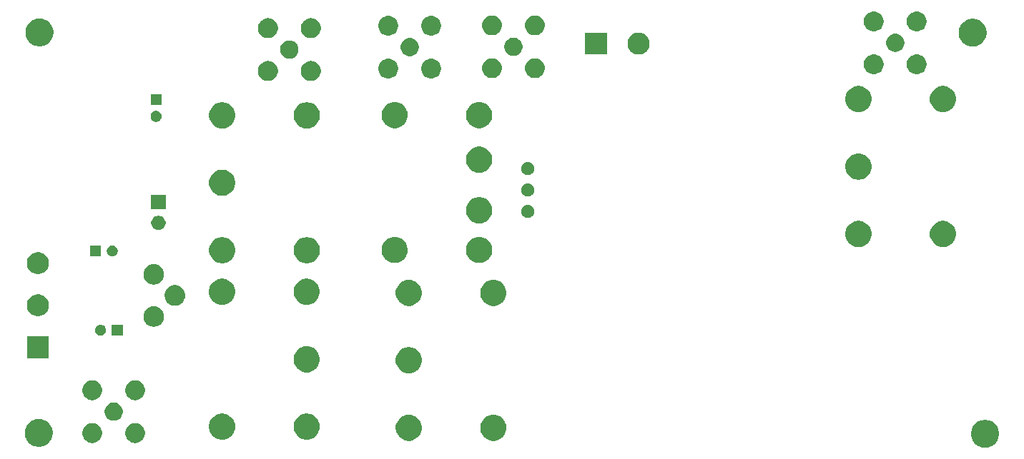
<source format=gbr>
G04 #@! TF.GenerationSoftware,KiCad,Pcbnew,(5.1.5)-3*
G04 #@! TF.CreationDate,2020-10-28T17:30:45+01:00*
G04 #@! TF.ProjectId,exciter,65786369-7465-4722-9e6b-696361645f70,rev?*
G04 #@! TF.SameCoordinates,Original*
G04 #@! TF.FileFunction,Soldermask,Bot*
G04 #@! TF.FilePolarity,Negative*
%FSLAX46Y46*%
G04 Gerber Fmt 4.6, Leading zero omitted, Abs format (unit mm)*
G04 Created by KiCad (PCBNEW (5.1.5)-3) date 2020-10-28 17:30:45*
%MOMM*%
%LPD*%
G04 APERTURE LIST*
%ADD10C,0.100000*%
G04 APERTURE END LIST*
D10*
G36*
X159183676Y-90034498D02*
G01*
X159289999Y-90055647D01*
X159590462Y-90180103D01*
X159860871Y-90360785D01*
X160090835Y-90590749D01*
X160271517Y-90861158D01*
X160395973Y-91161621D01*
X160408376Y-91223975D01*
X160453569Y-91451173D01*
X160459420Y-91480591D01*
X160459420Y-91805809D01*
X160395973Y-92124779D01*
X160271517Y-92425242D01*
X160090835Y-92695651D01*
X159860871Y-92925615D01*
X159590462Y-93106297D01*
X159289999Y-93230753D01*
X159183676Y-93251902D01*
X158971031Y-93294200D01*
X158645809Y-93294200D01*
X158433164Y-93251902D01*
X158326841Y-93230753D01*
X158026378Y-93106297D01*
X157755969Y-92925615D01*
X157526005Y-92695651D01*
X157345323Y-92425242D01*
X157220867Y-92124779D01*
X157157420Y-91805809D01*
X157157420Y-91480591D01*
X157163272Y-91451173D01*
X157208464Y-91223975D01*
X157220867Y-91161621D01*
X157345323Y-90861158D01*
X157526005Y-90590749D01*
X157755969Y-90360785D01*
X158026378Y-90180103D01*
X158326841Y-90055647D01*
X158433164Y-90034498D01*
X158645809Y-89992200D01*
X158971031Y-89992200D01*
X159183676Y-90034498D01*
G37*
G36*
X47139196Y-89940518D02*
G01*
X47245519Y-89961667D01*
X47457977Y-90049670D01*
X47515286Y-90073408D01*
X47545982Y-90086123D01*
X47816391Y-90266805D01*
X48046355Y-90496769D01*
X48227037Y-90767178D01*
X48227038Y-90767180D01*
X48247817Y-90817346D01*
X48327599Y-91009955D01*
X48351493Y-91067642D01*
X48414940Y-91386609D01*
X48414940Y-91711831D01*
X48398041Y-91796785D01*
X48351493Y-92030799D01*
X48312565Y-92124779D01*
X48237303Y-92306479D01*
X48227037Y-92331262D01*
X48046355Y-92601671D01*
X47816391Y-92831635D01*
X47545982Y-93012317D01*
X47245519Y-93136773D01*
X47139196Y-93157922D01*
X46926551Y-93200220D01*
X46601329Y-93200220D01*
X46388684Y-93157922D01*
X46282361Y-93136773D01*
X45981898Y-93012317D01*
X45711489Y-92831635D01*
X45481525Y-92601671D01*
X45300843Y-92331262D01*
X45290578Y-92306479D01*
X45215315Y-92124779D01*
X45176387Y-92030799D01*
X45129839Y-91796785D01*
X45112940Y-91711831D01*
X45112940Y-91386609D01*
X45176387Y-91067642D01*
X45200282Y-91009955D01*
X45280063Y-90817346D01*
X45300842Y-90767180D01*
X45300843Y-90767178D01*
X45481525Y-90496769D01*
X45711489Y-90266805D01*
X45981898Y-90086123D01*
X46012595Y-90073408D01*
X46069903Y-90049670D01*
X46282361Y-89961667D01*
X46388684Y-89940518D01*
X46601329Y-89898220D01*
X46926551Y-89898220D01*
X47139196Y-89940518D01*
G37*
G36*
X53277560Y-90406064D02*
G01*
X53429027Y-90436193D01*
X53643045Y-90524842D01*
X53643046Y-90524843D01*
X53835654Y-90653539D01*
X53999461Y-90817346D01*
X54028735Y-90861158D01*
X54128158Y-91009955D01*
X54216807Y-91223973D01*
X54262000Y-91451174D01*
X54262000Y-91682826D01*
X54216807Y-91910027D01*
X54128158Y-92124045D01*
X54119675Y-92136740D01*
X53999461Y-92316654D01*
X53835654Y-92480461D01*
X53707249Y-92566258D01*
X53643045Y-92609158D01*
X53429027Y-92697807D01*
X53277560Y-92727936D01*
X53201827Y-92743000D01*
X52970173Y-92743000D01*
X52894440Y-92727936D01*
X52742973Y-92697807D01*
X52528955Y-92609158D01*
X52464751Y-92566258D01*
X52336346Y-92480461D01*
X52172539Y-92316654D01*
X52052325Y-92136740D01*
X52043842Y-92124045D01*
X51955193Y-91910027D01*
X51910000Y-91682826D01*
X51910000Y-91451174D01*
X51955193Y-91223973D01*
X52043842Y-91009955D01*
X52143265Y-90861158D01*
X52172539Y-90817346D01*
X52336346Y-90653539D01*
X52528954Y-90524843D01*
X52528955Y-90524842D01*
X52742973Y-90436193D01*
X52894440Y-90406064D01*
X52970173Y-90391000D01*
X53201827Y-90391000D01*
X53277560Y-90406064D01*
G37*
G36*
X58357560Y-90406064D02*
G01*
X58509027Y-90436193D01*
X58723045Y-90524842D01*
X58723046Y-90524843D01*
X58915654Y-90653539D01*
X59079461Y-90817346D01*
X59108735Y-90861158D01*
X59208158Y-91009955D01*
X59296807Y-91223973D01*
X59342000Y-91451174D01*
X59342000Y-91682826D01*
X59296807Y-91910027D01*
X59208158Y-92124045D01*
X59199675Y-92136740D01*
X59079461Y-92316654D01*
X58915654Y-92480461D01*
X58787249Y-92566258D01*
X58723045Y-92609158D01*
X58509027Y-92697807D01*
X58357560Y-92727936D01*
X58281827Y-92743000D01*
X58050173Y-92743000D01*
X57974440Y-92727936D01*
X57822973Y-92697807D01*
X57608955Y-92609158D01*
X57544751Y-92566258D01*
X57416346Y-92480461D01*
X57252539Y-92316654D01*
X57132325Y-92136740D01*
X57123842Y-92124045D01*
X57035193Y-91910027D01*
X56990000Y-91682826D01*
X56990000Y-91451174D01*
X57035193Y-91223973D01*
X57123842Y-91009955D01*
X57223265Y-90861158D01*
X57252539Y-90817346D01*
X57416346Y-90653539D01*
X57608954Y-90524843D01*
X57608955Y-90524842D01*
X57822973Y-90436193D01*
X57974440Y-90406064D01*
X58050173Y-90391000D01*
X58281827Y-90391000D01*
X58357560Y-90406064D01*
G37*
G36*
X100886585Y-89410802D02*
G01*
X101036410Y-89440604D01*
X101318674Y-89557521D01*
X101572705Y-89727259D01*
X101788741Y-89943295D01*
X101958479Y-90197326D01*
X102075396Y-90479590D01*
X102084397Y-90524842D01*
X102135000Y-90779239D01*
X102135000Y-91084761D01*
X102119711Y-91161622D01*
X102075396Y-91384410D01*
X101958479Y-91666674D01*
X101788741Y-91920705D01*
X101572705Y-92136741D01*
X101318674Y-92306479D01*
X101036410Y-92423396D01*
X100886585Y-92453198D01*
X100736761Y-92483000D01*
X100431239Y-92483000D01*
X100281415Y-92453198D01*
X100131590Y-92423396D01*
X99849326Y-92306479D01*
X99595295Y-92136741D01*
X99379259Y-91920705D01*
X99209521Y-91666674D01*
X99092604Y-91384410D01*
X99048289Y-91161622D01*
X99033000Y-91084761D01*
X99033000Y-90779239D01*
X99083603Y-90524842D01*
X99092604Y-90479590D01*
X99209521Y-90197326D01*
X99379259Y-89943295D01*
X99595295Y-89727259D01*
X99849326Y-89557521D01*
X100131590Y-89440604D01*
X100281415Y-89410802D01*
X100431239Y-89381000D01*
X100736761Y-89381000D01*
X100886585Y-89410802D01*
G37*
G36*
X90886585Y-89410802D02*
G01*
X91036410Y-89440604D01*
X91318674Y-89557521D01*
X91572705Y-89727259D01*
X91788741Y-89943295D01*
X91958479Y-90197326D01*
X92075396Y-90479590D01*
X92084397Y-90524842D01*
X92135000Y-90779239D01*
X92135000Y-91084761D01*
X92119711Y-91161622D01*
X92075396Y-91384410D01*
X91958479Y-91666674D01*
X91788741Y-91920705D01*
X91572705Y-92136741D01*
X91318674Y-92306479D01*
X91036410Y-92423396D01*
X90886585Y-92453198D01*
X90736761Y-92483000D01*
X90431239Y-92483000D01*
X90281415Y-92453198D01*
X90131590Y-92423396D01*
X89849326Y-92306479D01*
X89595295Y-92136741D01*
X89379259Y-91920705D01*
X89209521Y-91666674D01*
X89092604Y-91384410D01*
X89048289Y-91161622D01*
X89033000Y-91084761D01*
X89033000Y-90779239D01*
X89083603Y-90524842D01*
X89092604Y-90479590D01*
X89209521Y-90197326D01*
X89379259Y-89943295D01*
X89595295Y-89727259D01*
X89849326Y-89557521D01*
X90131590Y-89440604D01*
X90281415Y-89410802D01*
X90431239Y-89381000D01*
X90736761Y-89381000D01*
X90886585Y-89410802D01*
G37*
G36*
X68786065Y-89286882D02*
G01*
X68935890Y-89316684D01*
X69218154Y-89433601D01*
X69472185Y-89603339D01*
X69688221Y-89819375D01*
X69857959Y-90073406D01*
X69974876Y-90355670D01*
X69990893Y-90436193D01*
X70034480Y-90655319D01*
X70034480Y-90960841D01*
X70013236Y-91067641D01*
X69974876Y-91260490D01*
X69857959Y-91542754D01*
X69688221Y-91796785D01*
X69472185Y-92012821D01*
X69218154Y-92182559D01*
X68935890Y-92299476D01*
X68900683Y-92306479D01*
X68636241Y-92359080D01*
X68330719Y-92359080D01*
X68066277Y-92306479D01*
X68031070Y-92299476D01*
X67748806Y-92182559D01*
X67494775Y-92012821D01*
X67278739Y-91796785D01*
X67109001Y-91542754D01*
X66992084Y-91260490D01*
X66953724Y-91067641D01*
X66932480Y-90960841D01*
X66932480Y-90655319D01*
X66976067Y-90436193D01*
X66992084Y-90355670D01*
X67109001Y-90073406D01*
X67278739Y-89819375D01*
X67494775Y-89603339D01*
X67748806Y-89433601D01*
X68031070Y-89316684D01*
X68180895Y-89286882D01*
X68330719Y-89257080D01*
X68636241Y-89257080D01*
X68786065Y-89286882D01*
G37*
G36*
X78786065Y-89286882D02*
G01*
X78935890Y-89316684D01*
X79218154Y-89433601D01*
X79472185Y-89603339D01*
X79688221Y-89819375D01*
X79857959Y-90073406D01*
X79974876Y-90355670D01*
X79990893Y-90436193D01*
X80034480Y-90655319D01*
X80034480Y-90960841D01*
X80013236Y-91067641D01*
X79974876Y-91260490D01*
X79857959Y-91542754D01*
X79688221Y-91796785D01*
X79472185Y-92012821D01*
X79218154Y-92182559D01*
X78935890Y-92299476D01*
X78900683Y-92306479D01*
X78636241Y-92359080D01*
X78330719Y-92359080D01*
X78066277Y-92306479D01*
X78031070Y-92299476D01*
X77748806Y-92182559D01*
X77494775Y-92012821D01*
X77278739Y-91796785D01*
X77109001Y-91542754D01*
X76992084Y-91260490D01*
X76953724Y-91067641D01*
X76932480Y-90960841D01*
X76932480Y-90655319D01*
X76976067Y-90436193D01*
X76992084Y-90355670D01*
X77109001Y-90073406D01*
X77278739Y-89819375D01*
X77494775Y-89603339D01*
X77748806Y-89433601D01*
X78031070Y-89316684D01*
X78180895Y-89286882D01*
X78330719Y-89257080D01*
X78636241Y-89257080D01*
X78786065Y-89286882D01*
G37*
G36*
X55801271Y-87964783D02*
G01*
X55939858Y-87992350D01*
X56135677Y-88073461D01*
X56311910Y-88191216D01*
X56461784Y-88341090D01*
X56579539Y-88517323D01*
X56660650Y-88713142D01*
X56702000Y-88921023D01*
X56702000Y-89132977D01*
X56660650Y-89340858D01*
X56579539Y-89536677D01*
X56461784Y-89712910D01*
X56311910Y-89862784D01*
X56135677Y-89980539D01*
X55939858Y-90061650D01*
X55801271Y-90089217D01*
X55731978Y-90103000D01*
X55520022Y-90103000D01*
X55450729Y-90089217D01*
X55312142Y-90061650D01*
X55116323Y-89980539D01*
X54940090Y-89862784D01*
X54790216Y-89712910D01*
X54672461Y-89536677D01*
X54591350Y-89340858D01*
X54550000Y-89132977D01*
X54550000Y-88921023D01*
X54591350Y-88713142D01*
X54672461Y-88517323D01*
X54790216Y-88341090D01*
X54940090Y-88191216D01*
X55116323Y-88073461D01*
X55312142Y-87992350D01*
X55450729Y-87964783D01*
X55520022Y-87951000D01*
X55731978Y-87951000D01*
X55801271Y-87964783D01*
G37*
G36*
X58357560Y-85326064D02*
G01*
X58509027Y-85356193D01*
X58723045Y-85444842D01*
X58723046Y-85444843D01*
X58915654Y-85573539D01*
X59079461Y-85737346D01*
X59165258Y-85865751D01*
X59208158Y-85929955D01*
X59296807Y-86143973D01*
X59342000Y-86371174D01*
X59342000Y-86602826D01*
X59296807Y-86830027D01*
X59208158Y-87044045D01*
X59208157Y-87044046D01*
X59079461Y-87236654D01*
X58915654Y-87400461D01*
X58787249Y-87486258D01*
X58723045Y-87529158D01*
X58509027Y-87617807D01*
X58357560Y-87647936D01*
X58281827Y-87663000D01*
X58050173Y-87663000D01*
X57974440Y-87647936D01*
X57822973Y-87617807D01*
X57608955Y-87529158D01*
X57544751Y-87486258D01*
X57416346Y-87400461D01*
X57252539Y-87236654D01*
X57123843Y-87044046D01*
X57123842Y-87044045D01*
X57035193Y-86830027D01*
X56990000Y-86602826D01*
X56990000Y-86371174D01*
X57035193Y-86143973D01*
X57123842Y-85929955D01*
X57166742Y-85865751D01*
X57252539Y-85737346D01*
X57416346Y-85573539D01*
X57608954Y-85444843D01*
X57608955Y-85444842D01*
X57822973Y-85356193D01*
X57974440Y-85326064D01*
X58050173Y-85311000D01*
X58281827Y-85311000D01*
X58357560Y-85326064D01*
G37*
G36*
X53277560Y-85326064D02*
G01*
X53429027Y-85356193D01*
X53643045Y-85444842D01*
X53643046Y-85444843D01*
X53835654Y-85573539D01*
X53999461Y-85737346D01*
X54085258Y-85865751D01*
X54128158Y-85929955D01*
X54216807Y-86143973D01*
X54262000Y-86371174D01*
X54262000Y-86602826D01*
X54216807Y-86830027D01*
X54128158Y-87044045D01*
X54128157Y-87044046D01*
X53999461Y-87236654D01*
X53835654Y-87400461D01*
X53707249Y-87486258D01*
X53643045Y-87529158D01*
X53429027Y-87617807D01*
X53277560Y-87647936D01*
X53201827Y-87663000D01*
X52970173Y-87663000D01*
X52894440Y-87647936D01*
X52742973Y-87617807D01*
X52528955Y-87529158D01*
X52464751Y-87486258D01*
X52336346Y-87400461D01*
X52172539Y-87236654D01*
X52043843Y-87044046D01*
X52043842Y-87044045D01*
X51955193Y-86830027D01*
X51910000Y-86602826D01*
X51910000Y-86371174D01*
X51955193Y-86143973D01*
X52043842Y-85929955D01*
X52086742Y-85865751D01*
X52172539Y-85737346D01*
X52336346Y-85573539D01*
X52528954Y-85444843D01*
X52528955Y-85444842D01*
X52742973Y-85356193D01*
X52894440Y-85326064D01*
X52970173Y-85311000D01*
X53201827Y-85311000D01*
X53277560Y-85326064D01*
G37*
G36*
X90886585Y-81410802D02*
G01*
X91036410Y-81440604D01*
X91318674Y-81557521D01*
X91572705Y-81727259D01*
X91788741Y-81943295D01*
X91958479Y-82197326D01*
X92075396Y-82479590D01*
X92135000Y-82779240D01*
X92135000Y-83084760D01*
X92075396Y-83384410D01*
X91958479Y-83666674D01*
X91788741Y-83920705D01*
X91572705Y-84136741D01*
X91318674Y-84306479D01*
X91036410Y-84423396D01*
X90886585Y-84453198D01*
X90736761Y-84483000D01*
X90431239Y-84483000D01*
X90281415Y-84453198D01*
X90131590Y-84423396D01*
X89849326Y-84306479D01*
X89595295Y-84136741D01*
X89379259Y-83920705D01*
X89209521Y-83666674D01*
X89092604Y-83384410D01*
X89033000Y-83084760D01*
X89033000Y-82779240D01*
X89092604Y-82479590D01*
X89209521Y-82197326D01*
X89379259Y-81943295D01*
X89595295Y-81727259D01*
X89849326Y-81557521D01*
X90131590Y-81440604D01*
X90281415Y-81410802D01*
X90431239Y-81381000D01*
X90736761Y-81381000D01*
X90886585Y-81410802D01*
G37*
G36*
X78786065Y-81286882D02*
G01*
X78935890Y-81316684D01*
X79218154Y-81433601D01*
X79472185Y-81603339D01*
X79688221Y-81819375D01*
X79857959Y-82073406D01*
X79974876Y-82355670D01*
X80034480Y-82655320D01*
X80034480Y-82960840D01*
X79974876Y-83260490D01*
X79857959Y-83542754D01*
X79688221Y-83796785D01*
X79472185Y-84012821D01*
X79218154Y-84182559D01*
X78935890Y-84299476D01*
X78900683Y-84306479D01*
X78636241Y-84359080D01*
X78330719Y-84359080D01*
X78066277Y-84306479D01*
X78031070Y-84299476D01*
X77748806Y-84182559D01*
X77494775Y-84012821D01*
X77278739Y-83796785D01*
X77109001Y-83542754D01*
X76992084Y-83260490D01*
X76932480Y-82960840D01*
X76932480Y-82655320D01*
X76992084Y-82355670D01*
X77109001Y-82073406D01*
X77278739Y-81819375D01*
X77494775Y-81603339D01*
X77748806Y-81433601D01*
X78031070Y-81316684D01*
X78180895Y-81286882D01*
X78330719Y-81257080D01*
X78636241Y-81257080D01*
X78786065Y-81286882D01*
G37*
G36*
X47965880Y-82708000D02*
G01*
X45363880Y-82708000D01*
X45363880Y-80106000D01*
X47965880Y-80106000D01*
X47965880Y-82708000D01*
G37*
G36*
X56726000Y-80001000D02*
G01*
X55424000Y-80001000D01*
X55424000Y-78699000D01*
X56726000Y-78699000D01*
X56726000Y-80001000D01*
G37*
G36*
X54264890Y-78724017D02*
G01*
X54383364Y-78773091D01*
X54489988Y-78844335D01*
X54580665Y-78935012D01*
X54651909Y-79041636D01*
X54700983Y-79160110D01*
X54726000Y-79285882D01*
X54726000Y-79414118D01*
X54700983Y-79539890D01*
X54651909Y-79658364D01*
X54580665Y-79764988D01*
X54489988Y-79855665D01*
X54383364Y-79926909D01*
X54383363Y-79926910D01*
X54383362Y-79926910D01*
X54264890Y-79975983D01*
X54139119Y-80001000D01*
X54010881Y-80001000D01*
X53885110Y-79975983D01*
X53766638Y-79926910D01*
X53766637Y-79926910D01*
X53766636Y-79926909D01*
X53660012Y-79855665D01*
X53569335Y-79764988D01*
X53498091Y-79658364D01*
X53449017Y-79539890D01*
X53424000Y-79414118D01*
X53424000Y-79285882D01*
X53449017Y-79160110D01*
X53498091Y-79041636D01*
X53569335Y-78935012D01*
X53660012Y-78844335D01*
X53766636Y-78773091D01*
X53885110Y-78724017D01*
X54010881Y-78699000D01*
X54139119Y-78699000D01*
X54264890Y-78724017D01*
G37*
G36*
X60605190Y-76535137D02*
G01*
X60737033Y-76561362D01*
X60829074Y-76599487D01*
X60959239Y-76653403D01*
X61159222Y-76787027D01*
X61329293Y-76957098D01*
X61462917Y-77157081D01*
X61516833Y-77287246D01*
X61554958Y-77379287D01*
X61578419Y-77497235D01*
X61601880Y-77615181D01*
X61601880Y-77855699D01*
X61554958Y-78091592D01*
X61462917Y-78313799D01*
X61329293Y-78513782D01*
X61159222Y-78683853D01*
X60959239Y-78817477D01*
X60829074Y-78871393D01*
X60737033Y-78909518D01*
X60619085Y-78932979D01*
X60501139Y-78956440D01*
X60260621Y-78956440D01*
X60142675Y-78932979D01*
X60024727Y-78909518D01*
X59932686Y-78871393D01*
X59802521Y-78817477D01*
X59602538Y-78683853D01*
X59432467Y-78513782D01*
X59298843Y-78313799D01*
X59206802Y-78091592D01*
X59159880Y-77855699D01*
X59159880Y-77615181D01*
X59183341Y-77497235D01*
X59206802Y-77379287D01*
X59244927Y-77287246D01*
X59298843Y-77157081D01*
X59432467Y-76957098D01*
X59602538Y-76787027D01*
X59802521Y-76653403D01*
X59932686Y-76599487D01*
X60024727Y-76561362D01*
X60156570Y-76535137D01*
X60260621Y-76514440D01*
X60501139Y-76514440D01*
X60605190Y-76535137D01*
G37*
G36*
X47044367Y-75155996D02*
G01*
X47281133Y-75254068D01*
X47281135Y-75254069D01*
X47494219Y-75396447D01*
X47675433Y-75577661D01*
X47734910Y-75666674D01*
X47817812Y-75790747D01*
X47915884Y-76027513D01*
X47965880Y-76278861D01*
X47965880Y-76535139D01*
X47915884Y-76786487D01*
X47915660Y-76787027D01*
X47817811Y-77023255D01*
X47675433Y-77236339D01*
X47494219Y-77417553D01*
X47281135Y-77559931D01*
X47281134Y-77559932D01*
X47281133Y-77559932D01*
X47044367Y-77658004D01*
X46793019Y-77708000D01*
X46536741Y-77708000D01*
X46285393Y-77658004D01*
X46048627Y-77559932D01*
X46048626Y-77559932D01*
X46048625Y-77559931D01*
X45835541Y-77417553D01*
X45654327Y-77236339D01*
X45511949Y-77023255D01*
X45414100Y-76787027D01*
X45413876Y-76786487D01*
X45363880Y-76535139D01*
X45363880Y-76278861D01*
X45413876Y-76027513D01*
X45511948Y-75790747D01*
X45594851Y-75666674D01*
X45654327Y-75577661D01*
X45835541Y-75396447D01*
X46048625Y-75254069D01*
X46048627Y-75254068D01*
X46285393Y-75155996D01*
X46536741Y-75106000D01*
X46793019Y-75106000D01*
X47044367Y-75155996D01*
G37*
G36*
X90886585Y-73410802D02*
G01*
X91036410Y-73440604D01*
X91318674Y-73557521D01*
X91572705Y-73727259D01*
X91788741Y-73943295D01*
X91958479Y-74197326D01*
X92075396Y-74479590D01*
X92135000Y-74779240D01*
X92135000Y-75084760D01*
X92075396Y-75384410D01*
X91958479Y-75666674D01*
X91788741Y-75920705D01*
X91572705Y-76136741D01*
X91318674Y-76306479D01*
X91036410Y-76423396D01*
X90886585Y-76453198D01*
X90736761Y-76483000D01*
X90431239Y-76483000D01*
X90281415Y-76453198D01*
X90131590Y-76423396D01*
X89849326Y-76306479D01*
X89595295Y-76136741D01*
X89379259Y-75920705D01*
X89209521Y-75666674D01*
X89092604Y-75384410D01*
X89033000Y-75084760D01*
X89033000Y-74779240D01*
X89092604Y-74479590D01*
X89209521Y-74197326D01*
X89379259Y-73943295D01*
X89595295Y-73727259D01*
X89849326Y-73557521D01*
X90131590Y-73440604D01*
X90281415Y-73410802D01*
X90431239Y-73381000D01*
X90736761Y-73381000D01*
X90886585Y-73410802D01*
G37*
G36*
X100886585Y-73410802D02*
G01*
X101036410Y-73440604D01*
X101318674Y-73557521D01*
X101572705Y-73727259D01*
X101788741Y-73943295D01*
X101958479Y-74197326D01*
X102075396Y-74479590D01*
X102135000Y-74779240D01*
X102135000Y-75084760D01*
X102075396Y-75384410D01*
X101958479Y-75666674D01*
X101788741Y-75920705D01*
X101572705Y-76136741D01*
X101318674Y-76306479D01*
X101036410Y-76423396D01*
X100886585Y-76453198D01*
X100736761Y-76483000D01*
X100431239Y-76483000D01*
X100281415Y-76453198D01*
X100131590Y-76423396D01*
X99849326Y-76306479D01*
X99595295Y-76136741D01*
X99379259Y-75920705D01*
X99209521Y-75666674D01*
X99092604Y-75384410D01*
X99033000Y-75084760D01*
X99033000Y-74779240D01*
X99092604Y-74479590D01*
X99209521Y-74197326D01*
X99379259Y-73943295D01*
X99595295Y-73727259D01*
X99849326Y-73557521D01*
X100131590Y-73440604D01*
X100281415Y-73410802D01*
X100431239Y-73381000D01*
X100736761Y-73381000D01*
X100886585Y-73410802D01*
G37*
G36*
X63237033Y-74061362D02*
G01*
X63266114Y-74073408D01*
X63459239Y-74153403D01*
X63659222Y-74287027D01*
X63829293Y-74457098D01*
X63962917Y-74657081D01*
X64013516Y-74779239D01*
X64054958Y-74879287D01*
X64101880Y-75115182D01*
X64101880Y-75355698D01*
X64064673Y-75542754D01*
X64054958Y-75591592D01*
X63962917Y-75813799D01*
X63829293Y-76013782D01*
X63659222Y-76183853D01*
X63459239Y-76317477D01*
X63358800Y-76359080D01*
X63237033Y-76409518D01*
X63167263Y-76423396D01*
X63001139Y-76456440D01*
X62760621Y-76456440D01*
X62594497Y-76423396D01*
X62524727Y-76409518D01*
X62402960Y-76359080D01*
X62302521Y-76317477D01*
X62102538Y-76183853D01*
X61932467Y-76013782D01*
X61798843Y-75813799D01*
X61706802Y-75591592D01*
X61697088Y-75542754D01*
X61659880Y-75355698D01*
X61659880Y-75115182D01*
X61706802Y-74879287D01*
X61748244Y-74779239D01*
X61798843Y-74657081D01*
X61932467Y-74457098D01*
X62102538Y-74287027D01*
X62302521Y-74153403D01*
X62495646Y-74073408D01*
X62524727Y-74061362D01*
X62760621Y-74014440D01*
X63001139Y-74014440D01*
X63237033Y-74061362D01*
G37*
G36*
X78786065Y-73286882D02*
G01*
X78935890Y-73316684D01*
X79218154Y-73433601D01*
X79472185Y-73603339D01*
X79688221Y-73819375D01*
X79857959Y-74073406D01*
X79974876Y-74355670D01*
X80034480Y-74655320D01*
X80034480Y-74960840D01*
X79974876Y-75260490D01*
X79857959Y-75542754D01*
X79688221Y-75796785D01*
X79472185Y-76012821D01*
X79218154Y-76182559D01*
X78935890Y-76299476D01*
X78786065Y-76329278D01*
X78636241Y-76359080D01*
X78330719Y-76359080D01*
X78180895Y-76329278D01*
X78031070Y-76299476D01*
X77748806Y-76182559D01*
X77494775Y-76012821D01*
X77278739Y-75796785D01*
X77109001Y-75542754D01*
X76992084Y-75260490D01*
X76932480Y-74960840D01*
X76932480Y-74655320D01*
X76992084Y-74355670D01*
X77109001Y-74073406D01*
X77278739Y-73819375D01*
X77494775Y-73603339D01*
X77748806Y-73433601D01*
X78031070Y-73316684D01*
X78180895Y-73286882D01*
X78330719Y-73257080D01*
X78636241Y-73257080D01*
X78786065Y-73286882D01*
G37*
G36*
X68786065Y-73286882D02*
G01*
X68935890Y-73316684D01*
X69218154Y-73433601D01*
X69472185Y-73603339D01*
X69688221Y-73819375D01*
X69857959Y-74073406D01*
X69974876Y-74355670D01*
X70034480Y-74655320D01*
X70034480Y-74960840D01*
X69974876Y-75260490D01*
X69857959Y-75542754D01*
X69688221Y-75796785D01*
X69472185Y-76012821D01*
X69218154Y-76182559D01*
X68935890Y-76299476D01*
X68786065Y-76329278D01*
X68636241Y-76359080D01*
X68330719Y-76359080D01*
X68180895Y-76329278D01*
X68031070Y-76299476D01*
X67748806Y-76182559D01*
X67494775Y-76012821D01*
X67278739Y-75796785D01*
X67109001Y-75542754D01*
X66992084Y-75260490D01*
X66932480Y-74960840D01*
X66932480Y-74655320D01*
X66992084Y-74355670D01*
X67109001Y-74073406D01*
X67278739Y-73819375D01*
X67494775Y-73603339D01*
X67748806Y-73433601D01*
X68031070Y-73316684D01*
X68180895Y-73286882D01*
X68330719Y-73257080D01*
X68636241Y-73257080D01*
X68786065Y-73286882D01*
G37*
G36*
X60605190Y-71535137D02*
G01*
X60737033Y-71561362D01*
X60829074Y-71599487D01*
X60959239Y-71653403D01*
X61159222Y-71787027D01*
X61329293Y-71957098D01*
X61462917Y-72157081D01*
X61516833Y-72287246D01*
X61554958Y-72379287D01*
X61601880Y-72615181D01*
X61601880Y-72855699D01*
X61554958Y-73091592D01*
X61462917Y-73313799D01*
X61329293Y-73513782D01*
X61159222Y-73683853D01*
X60959239Y-73817477D01*
X60829074Y-73871393D01*
X60737033Y-73909518D01*
X60619085Y-73932979D01*
X60501139Y-73956440D01*
X60260621Y-73956440D01*
X60142675Y-73932979D01*
X60024727Y-73909518D01*
X59932686Y-73871393D01*
X59802521Y-73817477D01*
X59602538Y-73683853D01*
X59432467Y-73513782D01*
X59298843Y-73313799D01*
X59206802Y-73091592D01*
X59159880Y-72855699D01*
X59159880Y-72615181D01*
X59206802Y-72379287D01*
X59244927Y-72287246D01*
X59298843Y-72157081D01*
X59432467Y-71957098D01*
X59602538Y-71787027D01*
X59802521Y-71653403D01*
X59932686Y-71599487D01*
X60024727Y-71561362D01*
X60156570Y-71535137D01*
X60260621Y-71514440D01*
X60501139Y-71514440D01*
X60605190Y-71535137D01*
G37*
G36*
X47044367Y-70155996D02*
G01*
X47281133Y-70254068D01*
X47281135Y-70254069D01*
X47399099Y-70332890D01*
X47494219Y-70396447D01*
X47675433Y-70577661D01*
X47817812Y-70790747D01*
X47915884Y-71027513D01*
X47965880Y-71278861D01*
X47965880Y-71535139D01*
X47915884Y-71786487D01*
X47915660Y-71787027D01*
X47817811Y-72023255D01*
X47675433Y-72236339D01*
X47494219Y-72417553D01*
X47281135Y-72559931D01*
X47281134Y-72559932D01*
X47281133Y-72559932D01*
X47044367Y-72658004D01*
X46793019Y-72708000D01*
X46536741Y-72708000D01*
X46285393Y-72658004D01*
X46048627Y-72559932D01*
X46048626Y-72559932D01*
X46048625Y-72559931D01*
X45835541Y-72417553D01*
X45654327Y-72236339D01*
X45511949Y-72023255D01*
X45414100Y-71787027D01*
X45413876Y-71786487D01*
X45363880Y-71535139D01*
X45363880Y-71278861D01*
X45413876Y-71027513D01*
X45511948Y-70790747D01*
X45654327Y-70577661D01*
X45835541Y-70396447D01*
X45930661Y-70332890D01*
X46048625Y-70254069D01*
X46048627Y-70254068D01*
X46285393Y-70155996D01*
X46536741Y-70106000D01*
X46793019Y-70106000D01*
X47044367Y-70155996D01*
G37*
G36*
X78780202Y-68356604D02*
G01*
X78943490Y-68389084D01*
X79225754Y-68506001D01*
X79479785Y-68675739D01*
X79695821Y-68891775D01*
X79865559Y-69145806D01*
X79982476Y-69428070D01*
X80042080Y-69727720D01*
X80042080Y-70033240D01*
X79982476Y-70332890D01*
X79865559Y-70615154D01*
X79695821Y-70869185D01*
X79479785Y-71085221D01*
X79225754Y-71254959D01*
X78943490Y-71371876D01*
X78807128Y-71399000D01*
X78643841Y-71431480D01*
X78338319Y-71431480D01*
X78175032Y-71399000D01*
X78038670Y-71371876D01*
X77756406Y-71254959D01*
X77502375Y-71085221D01*
X77286339Y-70869185D01*
X77116601Y-70615154D01*
X76999684Y-70332890D01*
X76940080Y-70033240D01*
X76940080Y-69727720D01*
X76999684Y-69428070D01*
X77116601Y-69145806D01*
X77286339Y-68891775D01*
X77502375Y-68675739D01*
X77756406Y-68506001D01*
X78038670Y-68389084D01*
X78201958Y-68356604D01*
X78338319Y-68329480D01*
X78643841Y-68329480D01*
X78780202Y-68356604D01*
G37*
G36*
X68780202Y-68356604D02*
G01*
X68943490Y-68389084D01*
X69225754Y-68506001D01*
X69479785Y-68675739D01*
X69695821Y-68891775D01*
X69865559Y-69145806D01*
X69982476Y-69428070D01*
X70042080Y-69727720D01*
X70042080Y-70033240D01*
X69982476Y-70332890D01*
X69865559Y-70615154D01*
X69695821Y-70869185D01*
X69479785Y-71085221D01*
X69225754Y-71254959D01*
X68943490Y-71371876D01*
X68807128Y-71399000D01*
X68643841Y-71431480D01*
X68338319Y-71431480D01*
X68175032Y-71399000D01*
X68038670Y-71371876D01*
X67756406Y-71254959D01*
X67502375Y-71085221D01*
X67286339Y-70869185D01*
X67116601Y-70615154D01*
X66999684Y-70332890D01*
X66940080Y-70033240D01*
X66940080Y-69727720D01*
X66999684Y-69428070D01*
X67116601Y-69145806D01*
X67286339Y-68891775D01*
X67502375Y-68675739D01*
X67756406Y-68506001D01*
X68038670Y-68389084D01*
X68201958Y-68356604D01*
X68338319Y-68329480D01*
X68643841Y-68329480D01*
X68780202Y-68356604D01*
G37*
G36*
X99202585Y-68326802D02*
G01*
X99352410Y-68356604D01*
X99634674Y-68473521D01*
X99888705Y-68643259D01*
X100104741Y-68859295D01*
X100274479Y-69113326D01*
X100389052Y-69389931D01*
X100391396Y-69395591D01*
X100451000Y-69695239D01*
X100451000Y-70000761D01*
X100421198Y-70150585D01*
X100391396Y-70300410D01*
X100274479Y-70582674D01*
X100104741Y-70836705D01*
X99888705Y-71052741D01*
X99634674Y-71222479D01*
X99352410Y-71339396D01*
X99202585Y-71369198D01*
X99052761Y-71399000D01*
X98747239Y-71399000D01*
X98597415Y-71369198D01*
X98447590Y-71339396D01*
X98165326Y-71222479D01*
X97911295Y-71052741D01*
X97695259Y-70836705D01*
X97525521Y-70582674D01*
X97408604Y-70300410D01*
X97378802Y-70150585D01*
X97349000Y-70000761D01*
X97349000Y-69695239D01*
X97408604Y-69395591D01*
X97410948Y-69389931D01*
X97525521Y-69113326D01*
X97695259Y-68859295D01*
X97911295Y-68643259D01*
X98165326Y-68473521D01*
X98447590Y-68356604D01*
X98597415Y-68326802D01*
X98747239Y-68297000D01*
X99052761Y-68297000D01*
X99202585Y-68326802D01*
G37*
G36*
X89202585Y-68326802D02*
G01*
X89352410Y-68356604D01*
X89634674Y-68473521D01*
X89888705Y-68643259D01*
X90104741Y-68859295D01*
X90274479Y-69113326D01*
X90389052Y-69389931D01*
X90391396Y-69395591D01*
X90451000Y-69695239D01*
X90451000Y-70000761D01*
X90421198Y-70150585D01*
X90391396Y-70300410D01*
X90274479Y-70582674D01*
X90104741Y-70836705D01*
X89888705Y-71052741D01*
X89634674Y-71222479D01*
X89352410Y-71339396D01*
X89202585Y-71369198D01*
X89052761Y-71399000D01*
X88747239Y-71399000D01*
X88597415Y-71369198D01*
X88447590Y-71339396D01*
X88165326Y-71222479D01*
X87911295Y-71052741D01*
X87695259Y-70836705D01*
X87525521Y-70582674D01*
X87408604Y-70300410D01*
X87378802Y-70150585D01*
X87349000Y-70000761D01*
X87349000Y-69695239D01*
X87408604Y-69395591D01*
X87410948Y-69389931D01*
X87525521Y-69113326D01*
X87695259Y-68859295D01*
X87911295Y-68643259D01*
X88165326Y-68473521D01*
X88447590Y-68356604D01*
X88597415Y-68326802D01*
X88747239Y-68297000D01*
X89052761Y-68297000D01*
X89202585Y-68326802D01*
G37*
G36*
X55656890Y-69340857D02*
G01*
X55775364Y-69389931D01*
X55832443Y-69428070D01*
X55881988Y-69461175D01*
X55972665Y-69551852D01*
X56043910Y-69658478D01*
X56092983Y-69776950D01*
X56118000Y-69902721D01*
X56118000Y-70030959D01*
X56092983Y-70156730D01*
X56052664Y-70254069D01*
X56043909Y-70275204D01*
X55972665Y-70381828D01*
X55881988Y-70472505D01*
X55775364Y-70543749D01*
X55775363Y-70543750D01*
X55775362Y-70543750D01*
X55656890Y-70592823D01*
X55531119Y-70617840D01*
X55402881Y-70617840D01*
X55277110Y-70592823D01*
X55158638Y-70543750D01*
X55158637Y-70543750D01*
X55158636Y-70543749D01*
X55052012Y-70472505D01*
X54961335Y-70381828D01*
X54890091Y-70275204D01*
X54881337Y-70254069D01*
X54841017Y-70156730D01*
X54816000Y-70030959D01*
X54816000Y-69902721D01*
X54841017Y-69776950D01*
X54890090Y-69658478D01*
X54961335Y-69551852D01*
X55052012Y-69461175D01*
X55101557Y-69428070D01*
X55158636Y-69389931D01*
X55277110Y-69340857D01*
X55402881Y-69315840D01*
X55531119Y-69315840D01*
X55656890Y-69340857D01*
G37*
G36*
X54118000Y-70617840D02*
G01*
X52816000Y-70617840D01*
X52816000Y-69315840D01*
X54118000Y-69315840D01*
X54118000Y-70617840D01*
G37*
G36*
X154132605Y-66428882D02*
G01*
X154282430Y-66458684D01*
X154564694Y-66575601D01*
X154818725Y-66745339D01*
X155034761Y-66961375D01*
X155204499Y-67215406D01*
X155321416Y-67497670D01*
X155381020Y-67797320D01*
X155381020Y-68102840D01*
X155321416Y-68402490D01*
X155204499Y-68684754D01*
X155034761Y-68938785D01*
X154818725Y-69154821D01*
X154564694Y-69324559D01*
X154282430Y-69441476D01*
X154183396Y-69461175D01*
X153982781Y-69501080D01*
X153677259Y-69501080D01*
X153476644Y-69461175D01*
X153377610Y-69441476D01*
X153095346Y-69324559D01*
X152841315Y-69154821D01*
X152625279Y-68938785D01*
X152455541Y-68684754D01*
X152338624Y-68402490D01*
X152279020Y-68102840D01*
X152279020Y-67797320D01*
X152338624Y-67497670D01*
X152455541Y-67215406D01*
X152625279Y-66961375D01*
X152841315Y-66745339D01*
X153095346Y-66575601D01*
X153377610Y-66458684D01*
X153527435Y-66428882D01*
X153677259Y-66399080D01*
X153982781Y-66399080D01*
X154132605Y-66428882D01*
G37*
G36*
X144132605Y-66428882D02*
G01*
X144282430Y-66458684D01*
X144564694Y-66575601D01*
X144818725Y-66745339D01*
X145034761Y-66961375D01*
X145204499Y-67215406D01*
X145321416Y-67497670D01*
X145381020Y-67797320D01*
X145381020Y-68102840D01*
X145321416Y-68402490D01*
X145204499Y-68684754D01*
X145034761Y-68938785D01*
X144818725Y-69154821D01*
X144564694Y-69324559D01*
X144282430Y-69441476D01*
X144183396Y-69461175D01*
X143982781Y-69501080D01*
X143677259Y-69501080D01*
X143476644Y-69461175D01*
X143377610Y-69441476D01*
X143095346Y-69324559D01*
X142841315Y-69154821D01*
X142625279Y-68938785D01*
X142455541Y-68684754D01*
X142338624Y-68402490D01*
X142279020Y-68102840D01*
X142279020Y-67797320D01*
X142338624Y-67497670D01*
X142455541Y-67215406D01*
X142625279Y-66961375D01*
X142841315Y-66745339D01*
X143095346Y-66575601D01*
X143377610Y-66458684D01*
X143527435Y-66428882D01*
X143677259Y-66399080D01*
X143982781Y-66399080D01*
X144132605Y-66428882D01*
G37*
G36*
X61177748Y-65821783D02*
G01*
X61332620Y-65885933D01*
X61472001Y-65979065D01*
X61590535Y-66097599D01*
X61683667Y-66236980D01*
X61747817Y-66391852D01*
X61780520Y-66556264D01*
X61780520Y-66723896D01*
X61747817Y-66888308D01*
X61683667Y-67043180D01*
X61590535Y-67182561D01*
X61472001Y-67301095D01*
X61332620Y-67394227D01*
X61177748Y-67458377D01*
X61013336Y-67491080D01*
X60845704Y-67491080D01*
X60681292Y-67458377D01*
X60526420Y-67394227D01*
X60387039Y-67301095D01*
X60268505Y-67182561D01*
X60175373Y-67043180D01*
X60111223Y-66888308D01*
X60078520Y-66723896D01*
X60078520Y-66556264D01*
X60111223Y-66391852D01*
X60175373Y-66236980D01*
X60268505Y-66097599D01*
X60387039Y-65979065D01*
X60526420Y-65885933D01*
X60681292Y-65821783D01*
X60845704Y-65789080D01*
X61013336Y-65789080D01*
X61177748Y-65821783D01*
G37*
G36*
X99202585Y-63626802D02*
G01*
X99352410Y-63656604D01*
X99634674Y-63773521D01*
X99888705Y-63943259D01*
X100104741Y-64159295D01*
X100274479Y-64413326D01*
X100349626Y-64594748D01*
X100391396Y-64695591D01*
X100451000Y-64995239D01*
X100451000Y-65300761D01*
X100440422Y-65353938D01*
X100391396Y-65600410D01*
X100274479Y-65882674D01*
X100104741Y-66136705D01*
X99888705Y-66352741D01*
X99634674Y-66522479D01*
X99352410Y-66639396D01*
X99202585Y-66669198D01*
X99052761Y-66699000D01*
X98747239Y-66699000D01*
X98597415Y-66669198D01*
X98447590Y-66639396D01*
X98165326Y-66522479D01*
X97911295Y-66352741D01*
X97695259Y-66136705D01*
X97525521Y-65882674D01*
X97408604Y-65600410D01*
X97359578Y-65353938D01*
X97349000Y-65300761D01*
X97349000Y-64995239D01*
X97408604Y-64695591D01*
X97450374Y-64594748D01*
X97525521Y-64413326D01*
X97695259Y-64159295D01*
X97911295Y-63943259D01*
X98165326Y-63773521D01*
X98447590Y-63656604D01*
X98597415Y-63626802D01*
X98747239Y-63597000D01*
X99052761Y-63597000D01*
X99202585Y-63626802D01*
G37*
G36*
X104773589Y-64516876D02*
G01*
X104872893Y-64536629D01*
X105013206Y-64594748D01*
X105139484Y-64679125D01*
X105246875Y-64786516D01*
X105331252Y-64912794D01*
X105389371Y-65053107D01*
X105419000Y-65202063D01*
X105419000Y-65353937D01*
X105389371Y-65502893D01*
X105331252Y-65643206D01*
X105246875Y-65769484D01*
X105139484Y-65876875D01*
X105013206Y-65961252D01*
X104872893Y-66019371D01*
X104773589Y-66039124D01*
X104723938Y-66049000D01*
X104572062Y-66049000D01*
X104522411Y-66039124D01*
X104423107Y-66019371D01*
X104282794Y-65961252D01*
X104156516Y-65876875D01*
X104049125Y-65769484D01*
X103964748Y-65643206D01*
X103906629Y-65502893D01*
X103877000Y-65353937D01*
X103877000Y-65202063D01*
X103906629Y-65053107D01*
X103964748Y-64912794D01*
X104049125Y-64786516D01*
X104156516Y-64679125D01*
X104282794Y-64594748D01*
X104423107Y-64536629D01*
X104522411Y-64516876D01*
X104572062Y-64507000D01*
X104723938Y-64507000D01*
X104773589Y-64516876D01*
G37*
G36*
X61780520Y-64991080D02*
G01*
X60078520Y-64991080D01*
X60078520Y-63289080D01*
X61780520Y-63289080D01*
X61780520Y-64991080D01*
G37*
G36*
X104773589Y-61976876D02*
G01*
X104872893Y-61996629D01*
X105013206Y-62054748D01*
X105139484Y-62139125D01*
X105246875Y-62246516D01*
X105331252Y-62372794D01*
X105389371Y-62513107D01*
X105419000Y-62662063D01*
X105419000Y-62813937D01*
X105389371Y-62962893D01*
X105331252Y-63103206D01*
X105246875Y-63229484D01*
X105139484Y-63336875D01*
X105013206Y-63421252D01*
X104872893Y-63479371D01*
X104773589Y-63499124D01*
X104723938Y-63509000D01*
X104572062Y-63509000D01*
X104522411Y-63499124D01*
X104423107Y-63479371D01*
X104282794Y-63421252D01*
X104156516Y-63336875D01*
X104049125Y-63229484D01*
X103964748Y-63103206D01*
X103906629Y-62962893D01*
X103877000Y-62813937D01*
X103877000Y-62662063D01*
X103906629Y-62513107D01*
X103964748Y-62372794D01*
X104049125Y-62246516D01*
X104156516Y-62139125D01*
X104282794Y-62054748D01*
X104423107Y-61996629D01*
X104522411Y-61976876D01*
X104572062Y-61967000D01*
X104723938Y-61967000D01*
X104773589Y-61976876D01*
G37*
G36*
X68760776Y-60352740D02*
G01*
X68943490Y-60389084D01*
X69225754Y-60506001D01*
X69479785Y-60675739D01*
X69695821Y-60891775D01*
X69865559Y-61145806D01*
X69982476Y-61428070D01*
X70042080Y-61727720D01*
X70042080Y-62033240D01*
X69982476Y-62332890D01*
X69865559Y-62615154D01*
X69695821Y-62869185D01*
X69479785Y-63085221D01*
X69225754Y-63254959D01*
X68943490Y-63371876D01*
X68793665Y-63401678D01*
X68643841Y-63431480D01*
X68338319Y-63431480D01*
X68188495Y-63401678D01*
X68038670Y-63371876D01*
X67756406Y-63254959D01*
X67502375Y-63085221D01*
X67286339Y-62869185D01*
X67116601Y-62615154D01*
X66999684Y-62332890D01*
X66940080Y-62033240D01*
X66940080Y-61727720D01*
X66999684Y-61428070D01*
X67116601Y-61145806D01*
X67286339Y-60891775D01*
X67502375Y-60675739D01*
X67756406Y-60506001D01*
X68038670Y-60389084D01*
X68221384Y-60352740D01*
X68338319Y-60329480D01*
X68643841Y-60329480D01*
X68760776Y-60352740D01*
G37*
G36*
X144054400Y-58413326D02*
G01*
X144282430Y-58458684D01*
X144564694Y-58575601D01*
X144818725Y-58745339D01*
X145034761Y-58961375D01*
X145204499Y-59215406D01*
X145321416Y-59497670D01*
X145381020Y-59797320D01*
X145381020Y-60102840D01*
X145321416Y-60402490D01*
X145204499Y-60684754D01*
X145034761Y-60938785D01*
X144818725Y-61154821D01*
X144564694Y-61324559D01*
X144282430Y-61441476D01*
X144132605Y-61471278D01*
X143982781Y-61501080D01*
X143677259Y-61501080D01*
X143527435Y-61471278D01*
X143377610Y-61441476D01*
X143095346Y-61324559D01*
X142841315Y-61154821D01*
X142625279Y-60938785D01*
X142455541Y-60684754D01*
X142338624Y-60402490D01*
X142279020Y-60102840D01*
X142279020Y-59797320D01*
X142338624Y-59497670D01*
X142455541Y-59215406D01*
X142625279Y-58961375D01*
X142841315Y-58745339D01*
X143095346Y-58575601D01*
X143377610Y-58458684D01*
X143605640Y-58413326D01*
X143677259Y-58399080D01*
X143982781Y-58399080D01*
X144054400Y-58413326D01*
G37*
G36*
X104773589Y-59436876D02*
G01*
X104872893Y-59456629D01*
X105013206Y-59514748D01*
X105139484Y-59599125D01*
X105246875Y-59706516D01*
X105331252Y-59832794D01*
X105389371Y-59973107D01*
X105419000Y-60122063D01*
X105419000Y-60273937D01*
X105389371Y-60422893D01*
X105331252Y-60563206D01*
X105246875Y-60689484D01*
X105139484Y-60796875D01*
X105013206Y-60881252D01*
X104872893Y-60939371D01*
X104773589Y-60959124D01*
X104723938Y-60969000D01*
X104572062Y-60969000D01*
X104522411Y-60959124D01*
X104423107Y-60939371D01*
X104282794Y-60881252D01*
X104156516Y-60796875D01*
X104049125Y-60689484D01*
X103964748Y-60563206D01*
X103906629Y-60422893D01*
X103877000Y-60273937D01*
X103877000Y-60122063D01*
X103906629Y-59973107D01*
X103964748Y-59832794D01*
X104049125Y-59706516D01*
X104156516Y-59599125D01*
X104282794Y-59514748D01*
X104423107Y-59456629D01*
X104522411Y-59436876D01*
X104572062Y-59427000D01*
X104723938Y-59427000D01*
X104773589Y-59436876D01*
G37*
G36*
X99202585Y-57626802D02*
G01*
X99352410Y-57656604D01*
X99634674Y-57773521D01*
X99888705Y-57943259D01*
X100104741Y-58159295D01*
X100274479Y-58413326D01*
X100391396Y-58695590D01*
X100451000Y-58995240D01*
X100451000Y-59300760D01*
X100391396Y-59600410D01*
X100274479Y-59882674D01*
X100104741Y-60136705D01*
X99888705Y-60352741D01*
X99634674Y-60522479D01*
X99352410Y-60639396D01*
X99202585Y-60669198D01*
X99052761Y-60699000D01*
X98747239Y-60699000D01*
X98597415Y-60669198D01*
X98447590Y-60639396D01*
X98165326Y-60522479D01*
X97911295Y-60352741D01*
X97695259Y-60136705D01*
X97525521Y-59882674D01*
X97408604Y-59600410D01*
X97349000Y-59300760D01*
X97349000Y-58995240D01*
X97408604Y-58695590D01*
X97525521Y-58413326D01*
X97695259Y-58159295D01*
X97911295Y-57943259D01*
X98165326Y-57773521D01*
X98447590Y-57656604D01*
X98597415Y-57626802D01*
X98747239Y-57597000D01*
X99052761Y-57597000D01*
X99202585Y-57626802D01*
G37*
G36*
X78780202Y-52356604D02*
G01*
X78943490Y-52389084D01*
X79225754Y-52506001D01*
X79479785Y-52675739D01*
X79695821Y-52891775D01*
X79865559Y-53145806D01*
X79982476Y-53428070D01*
X80042080Y-53727720D01*
X80042080Y-54033240D01*
X79982476Y-54332890D01*
X79865559Y-54615154D01*
X79695821Y-54869185D01*
X79479785Y-55085221D01*
X79225754Y-55254959D01*
X78943490Y-55371876D01*
X78807128Y-55399000D01*
X78643841Y-55431480D01*
X78338319Y-55431480D01*
X78175032Y-55399000D01*
X78038670Y-55371876D01*
X77756406Y-55254959D01*
X77502375Y-55085221D01*
X77286339Y-54869185D01*
X77116601Y-54615154D01*
X76999684Y-54332890D01*
X76940080Y-54033240D01*
X76940080Y-53727720D01*
X76999684Y-53428070D01*
X77116601Y-53145806D01*
X77286339Y-52891775D01*
X77502375Y-52675739D01*
X77756406Y-52506001D01*
X78038670Y-52389084D01*
X78201958Y-52356604D01*
X78338319Y-52329480D01*
X78643841Y-52329480D01*
X78780202Y-52356604D01*
G37*
G36*
X68780202Y-52356604D02*
G01*
X68943490Y-52389084D01*
X69225754Y-52506001D01*
X69479785Y-52675739D01*
X69695821Y-52891775D01*
X69865559Y-53145806D01*
X69982476Y-53428070D01*
X70042080Y-53727720D01*
X70042080Y-54033240D01*
X69982476Y-54332890D01*
X69865559Y-54615154D01*
X69695821Y-54869185D01*
X69479785Y-55085221D01*
X69225754Y-55254959D01*
X68943490Y-55371876D01*
X68807128Y-55399000D01*
X68643841Y-55431480D01*
X68338319Y-55431480D01*
X68175032Y-55399000D01*
X68038670Y-55371876D01*
X67756406Y-55254959D01*
X67502375Y-55085221D01*
X67286339Y-54869185D01*
X67116601Y-54615154D01*
X66999684Y-54332890D01*
X66940080Y-54033240D01*
X66940080Y-53727720D01*
X66999684Y-53428070D01*
X67116601Y-53145806D01*
X67286339Y-52891775D01*
X67502375Y-52675739D01*
X67756406Y-52506001D01*
X68038670Y-52389084D01*
X68201958Y-52356604D01*
X68338319Y-52329480D01*
X68643841Y-52329480D01*
X68780202Y-52356604D01*
G37*
G36*
X99202585Y-52326802D02*
G01*
X99352410Y-52356604D01*
X99634674Y-52473521D01*
X99888705Y-52643259D01*
X100104741Y-52859295D01*
X100274479Y-53113326D01*
X100391396Y-53395590D01*
X100397857Y-53428070D01*
X100448040Y-53680356D01*
X100451000Y-53695240D01*
X100451000Y-54000760D01*
X100391396Y-54300410D01*
X100274479Y-54582674D01*
X100104741Y-54836705D01*
X99888705Y-55052741D01*
X99634674Y-55222479D01*
X99352410Y-55339396D01*
X99202585Y-55369198D01*
X99052761Y-55399000D01*
X98747239Y-55399000D01*
X98597415Y-55369198D01*
X98447590Y-55339396D01*
X98165326Y-55222479D01*
X97911295Y-55052741D01*
X97695259Y-54836705D01*
X97525521Y-54582674D01*
X97408604Y-54300410D01*
X97349000Y-54000760D01*
X97349000Y-53695240D01*
X97351961Y-53680356D01*
X97402143Y-53428070D01*
X97408604Y-53395590D01*
X97525521Y-53113326D01*
X97695259Y-52859295D01*
X97911295Y-52643259D01*
X98165326Y-52473521D01*
X98447590Y-52356604D01*
X98597415Y-52326802D01*
X98747239Y-52297000D01*
X99052761Y-52297000D01*
X99202585Y-52326802D01*
G37*
G36*
X89202585Y-52326802D02*
G01*
X89352410Y-52356604D01*
X89634674Y-52473521D01*
X89888705Y-52643259D01*
X90104741Y-52859295D01*
X90274479Y-53113326D01*
X90391396Y-53395590D01*
X90397857Y-53428070D01*
X90448040Y-53680356D01*
X90451000Y-53695240D01*
X90451000Y-54000760D01*
X90391396Y-54300410D01*
X90274479Y-54582674D01*
X90104741Y-54836705D01*
X89888705Y-55052741D01*
X89634674Y-55222479D01*
X89352410Y-55339396D01*
X89202585Y-55369198D01*
X89052761Y-55399000D01*
X88747239Y-55399000D01*
X88597415Y-55369198D01*
X88447590Y-55339396D01*
X88165326Y-55222479D01*
X87911295Y-55052741D01*
X87695259Y-54836705D01*
X87525521Y-54582674D01*
X87408604Y-54300410D01*
X87349000Y-54000760D01*
X87349000Y-53695240D01*
X87351961Y-53680356D01*
X87402143Y-53428070D01*
X87408604Y-53395590D01*
X87525521Y-53113326D01*
X87695259Y-52859295D01*
X87911295Y-52643259D01*
X88165326Y-52473521D01*
X88447590Y-52356604D01*
X88597415Y-52326802D01*
X88747239Y-52297000D01*
X89052761Y-52297000D01*
X89202585Y-52326802D01*
G37*
G36*
X60845090Y-53362737D02*
G01*
X60924404Y-53395590D01*
X60963564Y-53411811D01*
X61070188Y-53483055D01*
X61160865Y-53573732D01*
X61232109Y-53680356D01*
X61281183Y-53798830D01*
X61306200Y-53924602D01*
X61306200Y-54052838D01*
X61281183Y-54178610D01*
X61232109Y-54297084D01*
X61160865Y-54403708D01*
X61070188Y-54494385D01*
X60963564Y-54565629D01*
X60963563Y-54565630D01*
X60963562Y-54565630D01*
X60845090Y-54614703D01*
X60719319Y-54639720D01*
X60591081Y-54639720D01*
X60465310Y-54614703D01*
X60346838Y-54565630D01*
X60346837Y-54565630D01*
X60346836Y-54565629D01*
X60240212Y-54494385D01*
X60149535Y-54403708D01*
X60078291Y-54297084D01*
X60029217Y-54178610D01*
X60004200Y-54052838D01*
X60004200Y-53924602D01*
X60029217Y-53798830D01*
X60078291Y-53680356D01*
X60149535Y-53573732D01*
X60240212Y-53483055D01*
X60346836Y-53411811D01*
X60385997Y-53395590D01*
X60465310Y-53362737D01*
X60591081Y-53337720D01*
X60719319Y-53337720D01*
X60845090Y-53362737D01*
G37*
G36*
X154132605Y-50428882D02*
G01*
X154282430Y-50458684D01*
X154564694Y-50575601D01*
X154818725Y-50745339D01*
X155034761Y-50961375D01*
X155204499Y-51215406D01*
X155321416Y-51497670D01*
X155381020Y-51797320D01*
X155381020Y-52102840D01*
X155321416Y-52402490D01*
X155204499Y-52684754D01*
X155034761Y-52938785D01*
X154818725Y-53154821D01*
X154564694Y-53324559D01*
X154282430Y-53441476D01*
X154132605Y-53471278D01*
X153982781Y-53501080D01*
X153677259Y-53501080D01*
X153527435Y-53471278D01*
X153377610Y-53441476D01*
X153095346Y-53324559D01*
X152841315Y-53154821D01*
X152625279Y-52938785D01*
X152455541Y-52684754D01*
X152338624Y-52402490D01*
X152279020Y-52102840D01*
X152279020Y-51797320D01*
X152338624Y-51497670D01*
X152455541Y-51215406D01*
X152625279Y-50961375D01*
X152841315Y-50745339D01*
X153095346Y-50575601D01*
X153377610Y-50458684D01*
X153527435Y-50428882D01*
X153677259Y-50399080D01*
X153982781Y-50399080D01*
X154132605Y-50428882D01*
G37*
G36*
X144132605Y-50428882D02*
G01*
X144282430Y-50458684D01*
X144564694Y-50575601D01*
X144818725Y-50745339D01*
X145034761Y-50961375D01*
X145204499Y-51215406D01*
X145321416Y-51497670D01*
X145381020Y-51797320D01*
X145381020Y-52102840D01*
X145321416Y-52402490D01*
X145204499Y-52684754D01*
X145034761Y-52938785D01*
X144818725Y-53154821D01*
X144564694Y-53324559D01*
X144282430Y-53441476D01*
X144132605Y-53471278D01*
X143982781Y-53501080D01*
X143677259Y-53501080D01*
X143527435Y-53471278D01*
X143377610Y-53441476D01*
X143095346Y-53324559D01*
X142841315Y-53154821D01*
X142625279Y-52938785D01*
X142455541Y-52684754D01*
X142338624Y-52402490D01*
X142279020Y-52102840D01*
X142279020Y-51797320D01*
X142338624Y-51497670D01*
X142455541Y-51215406D01*
X142625279Y-50961375D01*
X142841315Y-50745339D01*
X143095346Y-50575601D01*
X143377610Y-50458684D01*
X143527435Y-50428882D01*
X143677259Y-50399080D01*
X143982781Y-50399080D01*
X144132605Y-50428882D01*
G37*
G36*
X61306200Y-52639720D02*
G01*
X60004200Y-52639720D01*
X60004200Y-51337720D01*
X61306200Y-51337720D01*
X61306200Y-52639720D01*
G37*
G36*
X74090320Y-47449584D02*
G01*
X74241787Y-47479713D01*
X74455805Y-47568362D01*
X74455806Y-47568363D01*
X74648414Y-47697059D01*
X74812221Y-47860866D01*
X74857603Y-47928786D01*
X74940918Y-48053475D01*
X75029567Y-48267493D01*
X75029567Y-48267495D01*
X75074760Y-48494693D01*
X75074760Y-48726347D01*
X75074745Y-48726421D01*
X75029567Y-48953547D01*
X74940918Y-49167565D01*
X74898018Y-49231769D01*
X74812221Y-49360174D01*
X74648414Y-49523981D01*
X74520009Y-49609778D01*
X74455805Y-49652678D01*
X74241787Y-49741327D01*
X74090320Y-49771456D01*
X74014587Y-49786520D01*
X73782933Y-49786520D01*
X73707200Y-49771456D01*
X73555733Y-49741327D01*
X73341715Y-49652678D01*
X73277511Y-49609778D01*
X73149106Y-49523981D01*
X72985299Y-49360174D01*
X72899502Y-49231769D01*
X72856602Y-49167565D01*
X72767953Y-48953547D01*
X72722775Y-48726421D01*
X72722760Y-48726347D01*
X72722760Y-48494693D01*
X72767953Y-48267495D01*
X72767953Y-48267493D01*
X72856602Y-48053475D01*
X72939917Y-47928786D01*
X72985299Y-47860866D01*
X73149106Y-47697059D01*
X73341714Y-47568363D01*
X73341715Y-47568362D01*
X73555733Y-47479713D01*
X73707200Y-47449584D01*
X73782933Y-47434520D01*
X74014587Y-47434520D01*
X74090320Y-47449584D01*
G37*
G36*
X79170320Y-47449584D02*
G01*
X79321787Y-47479713D01*
X79535805Y-47568362D01*
X79535806Y-47568363D01*
X79728414Y-47697059D01*
X79892221Y-47860866D01*
X79937603Y-47928786D01*
X80020918Y-48053475D01*
X80109567Y-48267493D01*
X80109567Y-48267495D01*
X80154760Y-48494693D01*
X80154760Y-48726347D01*
X80154745Y-48726421D01*
X80109567Y-48953547D01*
X80020918Y-49167565D01*
X79978018Y-49231769D01*
X79892221Y-49360174D01*
X79728414Y-49523981D01*
X79600009Y-49609778D01*
X79535805Y-49652678D01*
X79321787Y-49741327D01*
X79170320Y-49771456D01*
X79094587Y-49786520D01*
X78862933Y-49786520D01*
X78787200Y-49771456D01*
X78635733Y-49741327D01*
X78421715Y-49652678D01*
X78357511Y-49609778D01*
X78229106Y-49523981D01*
X78065299Y-49360174D01*
X77979502Y-49231769D01*
X77936602Y-49167565D01*
X77847953Y-48953547D01*
X77802775Y-48726421D01*
X77802760Y-48726347D01*
X77802760Y-48494693D01*
X77847953Y-48267495D01*
X77847953Y-48267493D01*
X77936602Y-48053475D01*
X78019917Y-47928786D01*
X78065299Y-47860866D01*
X78229106Y-47697059D01*
X78421714Y-47568363D01*
X78421715Y-47568362D01*
X78635733Y-47479713D01*
X78787200Y-47449584D01*
X78862933Y-47434520D01*
X79094587Y-47434520D01*
X79170320Y-47449584D01*
G37*
G36*
X88329560Y-47170184D02*
G01*
X88481027Y-47200313D01*
X88695045Y-47288962D01*
X88695046Y-47288963D01*
X88887654Y-47417659D01*
X89051461Y-47581466D01*
X89137258Y-47709871D01*
X89180158Y-47774075D01*
X89268807Y-47988093D01*
X89314000Y-48215294D01*
X89314000Y-48446946D01*
X89268807Y-48674147D01*
X89180158Y-48888165D01*
X89180157Y-48888166D01*
X89051461Y-49080774D01*
X88887654Y-49244581D01*
X88763471Y-49327557D01*
X88695045Y-49373278D01*
X88481027Y-49461927D01*
X88329560Y-49492056D01*
X88253827Y-49507120D01*
X88022173Y-49507120D01*
X87946440Y-49492056D01*
X87794973Y-49461927D01*
X87580955Y-49373278D01*
X87512529Y-49327557D01*
X87388346Y-49244581D01*
X87224539Y-49080774D01*
X87095843Y-48888166D01*
X87095842Y-48888165D01*
X87007193Y-48674147D01*
X86962000Y-48446946D01*
X86962000Y-48215294D01*
X87007193Y-47988093D01*
X87095842Y-47774075D01*
X87138742Y-47709871D01*
X87224539Y-47581466D01*
X87388346Y-47417659D01*
X87580954Y-47288963D01*
X87580955Y-47288962D01*
X87794973Y-47200313D01*
X87946440Y-47170184D01*
X88022173Y-47155120D01*
X88253827Y-47155120D01*
X88329560Y-47170184D01*
G37*
G36*
X93409560Y-47170184D02*
G01*
X93561027Y-47200313D01*
X93775045Y-47288962D01*
X93775046Y-47288963D01*
X93967654Y-47417659D01*
X94131461Y-47581466D01*
X94217258Y-47709871D01*
X94260158Y-47774075D01*
X94348807Y-47988093D01*
X94394000Y-48215294D01*
X94394000Y-48446946D01*
X94348807Y-48674147D01*
X94260158Y-48888165D01*
X94260157Y-48888166D01*
X94131461Y-49080774D01*
X93967654Y-49244581D01*
X93843471Y-49327557D01*
X93775045Y-49373278D01*
X93561027Y-49461927D01*
X93409560Y-49492056D01*
X93333827Y-49507120D01*
X93102173Y-49507120D01*
X93026440Y-49492056D01*
X92874973Y-49461927D01*
X92660955Y-49373278D01*
X92592529Y-49327557D01*
X92468346Y-49244581D01*
X92304539Y-49080774D01*
X92175843Y-48888166D01*
X92175842Y-48888165D01*
X92087193Y-48674147D01*
X92042000Y-48446946D01*
X92042000Y-48215294D01*
X92087193Y-47988093D01*
X92175842Y-47774075D01*
X92218742Y-47709871D01*
X92304539Y-47581466D01*
X92468346Y-47417659D01*
X92660954Y-47288963D01*
X92660955Y-47288962D01*
X92874973Y-47200313D01*
X93026440Y-47170184D01*
X93102173Y-47155120D01*
X93333827Y-47155120D01*
X93409560Y-47170184D01*
G37*
G36*
X105693000Y-47124464D02*
G01*
X105844467Y-47154593D01*
X106058485Y-47243242D01*
X106058486Y-47243243D01*
X106251094Y-47371939D01*
X106414901Y-47535746D01*
X106445450Y-47581466D01*
X106543598Y-47728355D01*
X106632247Y-47942373D01*
X106662376Y-48093840D01*
X106674738Y-48155987D01*
X106677440Y-48169574D01*
X106677440Y-48401226D01*
X106632247Y-48628427D01*
X106543598Y-48842445D01*
X106543597Y-48842446D01*
X106414901Y-49035054D01*
X106251094Y-49198861D01*
X106122689Y-49284658D01*
X106058485Y-49327558D01*
X105844467Y-49416207D01*
X105693000Y-49446336D01*
X105617267Y-49461400D01*
X105385613Y-49461400D01*
X105309880Y-49446336D01*
X105158413Y-49416207D01*
X104944395Y-49327558D01*
X104880191Y-49284658D01*
X104751786Y-49198861D01*
X104587979Y-49035054D01*
X104459283Y-48842446D01*
X104459282Y-48842445D01*
X104370633Y-48628427D01*
X104325440Y-48401226D01*
X104325440Y-48169574D01*
X104328143Y-48155987D01*
X104340504Y-48093840D01*
X104370633Y-47942373D01*
X104459282Y-47728355D01*
X104557430Y-47581466D01*
X104587979Y-47535746D01*
X104751786Y-47371939D01*
X104944394Y-47243243D01*
X104944395Y-47243242D01*
X105158413Y-47154593D01*
X105309880Y-47124464D01*
X105385613Y-47109400D01*
X105617267Y-47109400D01*
X105693000Y-47124464D01*
G37*
G36*
X100613000Y-47124464D02*
G01*
X100764467Y-47154593D01*
X100978485Y-47243242D01*
X100978486Y-47243243D01*
X101171094Y-47371939D01*
X101334901Y-47535746D01*
X101365450Y-47581466D01*
X101463598Y-47728355D01*
X101552247Y-47942373D01*
X101582376Y-48093840D01*
X101594738Y-48155987D01*
X101597440Y-48169574D01*
X101597440Y-48401226D01*
X101552247Y-48628427D01*
X101463598Y-48842445D01*
X101463597Y-48842446D01*
X101334901Y-49035054D01*
X101171094Y-49198861D01*
X101042689Y-49284658D01*
X100978485Y-49327558D01*
X100764467Y-49416207D01*
X100613000Y-49446336D01*
X100537267Y-49461400D01*
X100305613Y-49461400D01*
X100229880Y-49446336D01*
X100078413Y-49416207D01*
X99864395Y-49327558D01*
X99800191Y-49284658D01*
X99671786Y-49198861D01*
X99507979Y-49035054D01*
X99379283Y-48842446D01*
X99379282Y-48842445D01*
X99290633Y-48628427D01*
X99245440Y-48401226D01*
X99245440Y-48169574D01*
X99248143Y-48155987D01*
X99260504Y-48093840D01*
X99290633Y-47942373D01*
X99379282Y-47728355D01*
X99477430Y-47581466D01*
X99507979Y-47535746D01*
X99671786Y-47371939D01*
X99864394Y-47243243D01*
X99864395Y-47243242D01*
X100078413Y-47154593D01*
X100229880Y-47124464D01*
X100305613Y-47109400D01*
X100537267Y-47109400D01*
X100613000Y-47124464D01*
G37*
G36*
X150897380Y-46652024D02*
G01*
X151048847Y-46682153D01*
X151262865Y-46770802D01*
X151327069Y-46813702D01*
X151455474Y-46899499D01*
X151619281Y-47063306D01*
X151680277Y-47154593D01*
X151747978Y-47255915D01*
X151836627Y-47469933D01*
X151849718Y-47535746D01*
X151881820Y-47697133D01*
X151881820Y-47928787D01*
X151879117Y-47942375D01*
X151836627Y-48155987D01*
X151747978Y-48370005D01*
X151747977Y-48370006D01*
X151619281Y-48562614D01*
X151455474Y-48726421D01*
X151327069Y-48812218D01*
X151262865Y-48855118D01*
X151048847Y-48943767D01*
X150897380Y-48973896D01*
X150821647Y-48988960D01*
X150589993Y-48988960D01*
X150514260Y-48973896D01*
X150362793Y-48943767D01*
X150148775Y-48855118D01*
X150084571Y-48812218D01*
X149956166Y-48726421D01*
X149792359Y-48562614D01*
X149663663Y-48370006D01*
X149663662Y-48370005D01*
X149575013Y-48155987D01*
X149532523Y-47942375D01*
X149529820Y-47928787D01*
X149529820Y-47697133D01*
X149561922Y-47535746D01*
X149575013Y-47469933D01*
X149663662Y-47255915D01*
X149731363Y-47154593D01*
X149792359Y-47063306D01*
X149956166Y-46899499D01*
X150084571Y-46813702D01*
X150148775Y-46770802D01*
X150362793Y-46682153D01*
X150514260Y-46652024D01*
X150589993Y-46636960D01*
X150821647Y-46636960D01*
X150897380Y-46652024D01*
G37*
G36*
X145817380Y-46652024D02*
G01*
X145968847Y-46682153D01*
X146182865Y-46770802D01*
X146247069Y-46813702D01*
X146375474Y-46899499D01*
X146539281Y-47063306D01*
X146600277Y-47154593D01*
X146667978Y-47255915D01*
X146756627Y-47469933D01*
X146769718Y-47535746D01*
X146801820Y-47697133D01*
X146801820Y-47928787D01*
X146799117Y-47942375D01*
X146756627Y-48155987D01*
X146667978Y-48370005D01*
X146667977Y-48370006D01*
X146539281Y-48562614D01*
X146375474Y-48726421D01*
X146247069Y-48812218D01*
X146182865Y-48855118D01*
X145968847Y-48943767D01*
X145817380Y-48973896D01*
X145741647Y-48988960D01*
X145509993Y-48988960D01*
X145434260Y-48973896D01*
X145282793Y-48943767D01*
X145068775Y-48855118D01*
X145004571Y-48812218D01*
X144876166Y-48726421D01*
X144712359Y-48562614D01*
X144583663Y-48370006D01*
X144583662Y-48370005D01*
X144495013Y-48155987D01*
X144452523Y-47942375D01*
X144449820Y-47928787D01*
X144449820Y-47697133D01*
X144481922Y-47535746D01*
X144495013Y-47469933D01*
X144583662Y-47255915D01*
X144651363Y-47154593D01*
X144712359Y-47063306D01*
X144876166Y-46899499D01*
X145004571Y-46813702D01*
X145068775Y-46770802D01*
X145282793Y-46682153D01*
X145434260Y-46652024D01*
X145509993Y-46636960D01*
X145741647Y-46636960D01*
X145817380Y-46652024D01*
G37*
G36*
X76614031Y-45008303D02*
G01*
X76752618Y-45035870D01*
X76948437Y-45116981D01*
X77124670Y-45234736D01*
X77274544Y-45384610D01*
X77392299Y-45560843D01*
X77473410Y-45756662D01*
X77514760Y-45964543D01*
X77514760Y-46176497D01*
X77473410Y-46384378D01*
X77392299Y-46580197D01*
X77274544Y-46756430D01*
X77124670Y-46906304D01*
X76948437Y-47024059D01*
X76752618Y-47105170D01*
X76614031Y-47132737D01*
X76544738Y-47146520D01*
X76332782Y-47146520D01*
X76263489Y-47132737D01*
X76124902Y-47105170D01*
X75929083Y-47024059D01*
X75752850Y-46906304D01*
X75602976Y-46756430D01*
X75485221Y-46580197D01*
X75404110Y-46384378D01*
X75362760Y-46176497D01*
X75362760Y-45964543D01*
X75404110Y-45756662D01*
X75485221Y-45560843D01*
X75602976Y-45384610D01*
X75752850Y-45234736D01*
X75929083Y-45116981D01*
X76124902Y-45035870D01*
X76263489Y-45008303D01*
X76332782Y-44994520D01*
X76544738Y-44994520D01*
X76614031Y-45008303D01*
G37*
G36*
X90853271Y-44728903D02*
G01*
X90991858Y-44756470D01*
X91187677Y-44837581D01*
X91363910Y-44955336D01*
X91513784Y-45105210D01*
X91631539Y-45281443D01*
X91712650Y-45477262D01*
X91754000Y-45685143D01*
X91754000Y-45897097D01*
X91712650Y-46104978D01*
X91631539Y-46300797D01*
X91513784Y-46477030D01*
X91363910Y-46626904D01*
X91187677Y-46744659D01*
X90991858Y-46825770D01*
X90853271Y-46853337D01*
X90783978Y-46867120D01*
X90572022Y-46867120D01*
X90502729Y-46853337D01*
X90364142Y-46825770D01*
X90168323Y-46744659D01*
X89992090Y-46626904D01*
X89842216Y-46477030D01*
X89724461Y-46300797D01*
X89643350Y-46104978D01*
X89602000Y-45897097D01*
X89602000Y-45685143D01*
X89643350Y-45477262D01*
X89724461Y-45281443D01*
X89842216Y-45105210D01*
X89992090Y-44955336D01*
X90168323Y-44837581D01*
X90364142Y-44756470D01*
X90502729Y-44728903D01*
X90572022Y-44715120D01*
X90783978Y-44715120D01*
X90853271Y-44728903D01*
G37*
G36*
X103136711Y-44683183D02*
G01*
X103275298Y-44710750D01*
X103471117Y-44791861D01*
X103647350Y-44909616D01*
X103797224Y-45059490D01*
X103914979Y-45235723D01*
X103996090Y-45431542D01*
X104037440Y-45639423D01*
X104037440Y-45851377D01*
X103996090Y-46059258D01*
X103914979Y-46255077D01*
X103797224Y-46431310D01*
X103647350Y-46581184D01*
X103471117Y-46698939D01*
X103275298Y-46780050D01*
X103136711Y-46807617D01*
X103067418Y-46821400D01*
X102855462Y-46821400D01*
X102786169Y-46807617D01*
X102647582Y-46780050D01*
X102451763Y-46698939D01*
X102275530Y-46581184D01*
X102125656Y-46431310D01*
X102007901Y-46255077D01*
X101926790Y-46059258D01*
X101885440Y-45851377D01*
X101885440Y-45639423D01*
X101926790Y-45431542D01*
X102007901Y-45235723D01*
X102125656Y-45059490D01*
X102275530Y-44909616D01*
X102451763Y-44791861D01*
X102647582Y-44710750D01*
X102786169Y-44683183D01*
X102855462Y-44669400D01*
X103067418Y-44669400D01*
X103136711Y-44683183D01*
G37*
G36*
X118155487Y-44118476D02*
G01*
X118367297Y-44206211D01*
X118392255Y-44216549D01*
X118605339Y-44358927D01*
X118786553Y-44540141D01*
X118897724Y-44706520D01*
X118928932Y-44753227D01*
X119027004Y-44989993D01*
X119077000Y-45241341D01*
X119077000Y-45497619D01*
X119027004Y-45748967D01*
X118937709Y-45964543D01*
X118928931Y-45985735D01*
X118786553Y-46198819D01*
X118605339Y-46380033D01*
X118392255Y-46522411D01*
X118392254Y-46522412D01*
X118392253Y-46522412D01*
X118155487Y-46620484D01*
X117904139Y-46670480D01*
X117647861Y-46670480D01*
X117396513Y-46620484D01*
X117159747Y-46522412D01*
X117159746Y-46522412D01*
X117159745Y-46522411D01*
X116946661Y-46380033D01*
X116765447Y-46198819D01*
X116623069Y-45985735D01*
X116614291Y-45964543D01*
X116524996Y-45748967D01*
X116475000Y-45497619D01*
X116475000Y-45241341D01*
X116524996Y-44989993D01*
X116623068Y-44753227D01*
X116654277Y-44706520D01*
X116765447Y-44540141D01*
X116946661Y-44358927D01*
X117159745Y-44216549D01*
X117184703Y-44206211D01*
X117396513Y-44118476D01*
X117647861Y-44068480D01*
X117904139Y-44068480D01*
X118155487Y-44118476D01*
G37*
G36*
X114077000Y-46670480D02*
G01*
X111475000Y-46670480D01*
X111475000Y-44068480D01*
X114077000Y-44068480D01*
X114077000Y-46670480D01*
G37*
G36*
X148318295Y-44206209D02*
G01*
X148479678Y-44238310D01*
X148675497Y-44319421D01*
X148851730Y-44437176D01*
X149001604Y-44587050D01*
X149119359Y-44763283D01*
X149200470Y-44959102D01*
X149241820Y-45166983D01*
X149241820Y-45378937D01*
X149200470Y-45586818D01*
X149119359Y-45782637D01*
X149001604Y-45958870D01*
X148851730Y-46108744D01*
X148675497Y-46226499D01*
X148479678Y-46307610D01*
X148341091Y-46335177D01*
X148271798Y-46348960D01*
X148059842Y-46348960D01*
X147990549Y-46335177D01*
X147851962Y-46307610D01*
X147656143Y-46226499D01*
X147479910Y-46108744D01*
X147330036Y-45958870D01*
X147212281Y-45782637D01*
X147131170Y-45586818D01*
X147089820Y-45378937D01*
X147089820Y-45166983D01*
X147131170Y-44959102D01*
X147212281Y-44763283D01*
X147330036Y-44587050D01*
X147479910Y-44437176D01*
X147656143Y-44319421D01*
X147851962Y-44238310D01*
X148013345Y-44206209D01*
X148059842Y-44196960D01*
X148271798Y-44196960D01*
X148318295Y-44206209D01*
G37*
G36*
X157672272Y-42455744D02*
G01*
X157814259Y-42483987D01*
X158114722Y-42608443D01*
X158385131Y-42789125D01*
X158615095Y-43019089D01*
X158777108Y-43261558D01*
X158795778Y-43289500D01*
X158808919Y-43321226D01*
X158920233Y-43589961D01*
X158941382Y-43696284D01*
X158983680Y-43908929D01*
X158983680Y-44234151D01*
X158958860Y-44358927D01*
X158920233Y-44553119D01*
X158912131Y-44572678D01*
X158802405Y-44837582D01*
X158795777Y-44853582D01*
X158615095Y-45123991D01*
X158385131Y-45353955D01*
X158114722Y-45534637D01*
X157814259Y-45659093D01*
X157707936Y-45680242D01*
X157495291Y-45722540D01*
X157170069Y-45722540D01*
X156957424Y-45680242D01*
X156851101Y-45659093D01*
X156550638Y-45534637D01*
X156280229Y-45353955D01*
X156050265Y-45123991D01*
X155869583Y-44853582D01*
X155862956Y-44837582D01*
X155753229Y-44572678D01*
X155745127Y-44553119D01*
X155706500Y-44358927D01*
X155681680Y-44234151D01*
X155681680Y-43908929D01*
X155723978Y-43696284D01*
X155745127Y-43589961D01*
X155856441Y-43321226D01*
X155869582Y-43289500D01*
X155888252Y-43261558D01*
X156050265Y-43019089D01*
X156280229Y-42789125D01*
X156550638Y-42608443D01*
X156851101Y-42483987D01*
X156993088Y-42455744D01*
X157170069Y-42420540D01*
X157495291Y-42420540D01*
X157672272Y-42455744D01*
G37*
G36*
X47215396Y-42434898D02*
G01*
X47321719Y-42456047D01*
X47622182Y-42580503D01*
X47892591Y-42761185D01*
X48122555Y-42991149D01*
X48303237Y-43261558D01*
X48427693Y-43562021D01*
X48433251Y-43589962D01*
X48491140Y-43880989D01*
X48491140Y-44206211D01*
X48476427Y-44280176D01*
X48427693Y-44525179D01*
X48303237Y-44825642D01*
X48122555Y-45096051D01*
X47892591Y-45326015D01*
X47622182Y-45506697D01*
X47321719Y-45631153D01*
X47215396Y-45652302D01*
X47002751Y-45694600D01*
X46677529Y-45694600D01*
X46464884Y-45652302D01*
X46358561Y-45631153D01*
X46058098Y-45506697D01*
X45787689Y-45326015D01*
X45557725Y-45096051D01*
X45377043Y-44825642D01*
X45252587Y-44525179D01*
X45203853Y-44280176D01*
X45189140Y-44206211D01*
X45189140Y-43880989D01*
X45247029Y-43589962D01*
X45252587Y-43562021D01*
X45377043Y-43261558D01*
X45557725Y-42991149D01*
X45787689Y-42761185D01*
X46058098Y-42580503D01*
X46358561Y-42456047D01*
X46464884Y-42434898D01*
X46677529Y-42392600D01*
X47002751Y-42392600D01*
X47215396Y-42434898D01*
G37*
G36*
X74090320Y-42369584D02*
G01*
X74241787Y-42399713D01*
X74455805Y-42488362D01*
X74455806Y-42488363D01*
X74648414Y-42617059D01*
X74812221Y-42780866D01*
X74817739Y-42789125D01*
X74940918Y-42973475D01*
X75029567Y-43187493D01*
X75029567Y-43187495D01*
X75074760Y-43414693D01*
X75074760Y-43646347D01*
X75074745Y-43646421D01*
X75029567Y-43873547D01*
X74940918Y-44087565D01*
X74898018Y-44151769D01*
X74812221Y-44280174D01*
X74648414Y-44443981D01*
X74526894Y-44525178D01*
X74455805Y-44572678D01*
X74241787Y-44661327D01*
X74090320Y-44691456D01*
X74014587Y-44706520D01*
X73782933Y-44706520D01*
X73707200Y-44691456D01*
X73555733Y-44661327D01*
X73341715Y-44572678D01*
X73270626Y-44525178D01*
X73149106Y-44443981D01*
X72985299Y-44280174D01*
X72899502Y-44151769D01*
X72856602Y-44087565D01*
X72767953Y-43873547D01*
X72722775Y-43646421D01*
X72722760Y-43646347D01*
X72722760Y-43414693D01*
X72767953Y-43187495D01*
X72767953Y-43187493D01*
X72856602Y-42973475D01*
X72979781Y-42789125D01*
X72985299Y-42780866D01*
X73149106Y-42617059D01*
X73341714Y-42488363D01*
X73341715Y-42488362D01*
X73555733Y-42399713D01*
X73707200Y-42369584D01*
X73782933Y-42354520D01*
X74014587Y-42354520D01*
X74090320Y-42369584D01*
G37*
G36*
X79170320Y-42369584D02*
G01*
X79321787Y-42399713D01*
X79535805Y-42488362D01*
X79535806Y-42488363D01*
X79728414Y-42617059D01*
X79892221Y-42780866D01*
X79897739Y-42789125D01*
X80020918Y-42973475D01*
X80109567Y-43187493D01*
X80109567Y-43187495D01*
X80154760Y-43414693D01*
X80154760Y-43646347D01*
X80154745Y-43646421D01*
X80109567Y-43873547D01*
X80020918Y-44087565D01*
X79978018Y-44151769D01*
X79892221Y-44280174D01*
X79728414Y-44443981D01*
X79606894Y-44525178D01*
X79535805Y-44572678D01*
X79321787Y-44661327D01*
X79170320Y-44691456D01*
X79094587Y-44706520D01*
X78862933Y-44706520D01*
X78787200Y-44691456D01*
X78635733Y-44661327D01*
X78421715Y-44572678D01*
X78350626Y-44525178D01*
X78229106Y-44443981D01*
X78065299Y-44280174D01*
X77979502Y-44151769D01*
X77936602Y-44087565D01*
X77847953Y-43873547D01*
X77802775Y-43646421D01*
X77802760Y-43646347D01*
X77802760Y-43414693D01*
X77847953Y-43187495D01*
X77847953Y-43187493D01*
X77936602Y-42973475D01*
X78059781Y-42789125D01*
X78065299Y-42780866D01*
X78229106Y-42617059D01*
X78421714Y-42488363D01*
X78421715Y-42488362D01*
X78635733Y-42399713D01*
X78787200Y-42369584D01*
X78862933Y-42354520D01*
X79094587Y-42354520D01*
X79170320Y-42369584D01*
G37*
G36*
X88329560Y-42090184D02*
G01*
X88481027Y-42120313D01*
X88695045Y-42208962D01*
X88695046Y-42208963D01*
X88887654Y-42337659D01*
X89051461Y-42501466D01*
X89137258Y-42629871D01*
X89180158Y-42694075D01*
X89268807Y-42908093D01*
X89314000Y-43135294D01*
X89314000Y-43366946D01*
X89268807Y-43594147D01*
X89180158Y-43808165D01*
X89180157Y-43808166D01*
X89051461Y-44000774D01*
X88887654Y-44164581D01*
X88783535Y-44234151D01*
X88695045Y-44293278D01*
X88481027Y-44381927D01*
X88329560Y-44412056D01*
X88253827Y-44427120D01*
X88022173Y-44427120D01*
X87946440Y-44412056D01*
X87794973Y-44381927D01*
X87580955Y-44293278D01*
X87492465Y-44234151D01*
X87388346Y-44164581D01*
X87224539Y-44000774D01*
X87095843Y-43808166D01*
X87095842Y-43808165D01*
X87007193Y-43594147D01*
X86962000Y-43366946D01*
X86962000Y-43135294D01*
X87007193Y-42908093D01*
X87095842Y-42694075D01*
X87138742Y-42629871D01*
X87224539Y-42501466D01*
X87388346Y-42337659D01*
X87580954Y-42208963D01*
X87580955Y-42208962D01*
X87794973Y-42120313D01*
X87946440Y-42090184D01*
X88022173Y-42075120D01*
X88253827Y-42075120D01*
X88329560Y-42090184D01*
G37*
G36*
X93409560Y-42090184D02*
G01*
X93561027Y-42120313D01*
X93775045Y-42208962D01*
X93775046Y-42208963D01*
X93967654Y-42337659D01*
X94131461Y-42501466D01*
X94217258Y-42629871D01*
X94260158Y-42694075D01*
X94348807Y-42908093D01*
X94394000Y-43135294D01*
X94394000Y-43366946D01*
X94348807Y-43594147D01*
X94260158Y-43808165D01*
X94260157Y-43808166D01*
X94131461Y-44000774D01*
X93967654Y-44164581D01*
X93863535Y-44234151D01*
X93775045Y-44293278D01*
X93561027Y-44381927D01*
X93409560Y-44412056D01*
X93333827Y-44427120D01*
X93102173Y-44427120D01*
X93026440Y-44412056D01*
X92874973Y-44381927D01*
X92660955Y-44293278D01*
X92572465Y-44234151D01*
X92468346Y-44164581D01*
X92304539Y-44000774D01*
X92175843Y-43808166D01*
X92175842Y-43808165D01*
X92087193Y-43594147D01*
X92042000Y-43366946D01*
X92042000Y-43135294D01*
X92087193Y-42908093D01*
X92175842Y-42694075D01*
X92218742Y-42629871D01*
X92304539Y-42501466D01*
X92468346Y-42337659D01*
X92660954Y-42208963D01*
X92660955Y-42208962D01*
X92874973Y-42120313D01*
X93026440Y-42090184D01*
X93102173Y-42075120D01*
X93333827Y-42075120D01*
X93409560Y-42090184D01*
G37*
G36*
X105693000Y-42044464D02*
G01*
X105844467Y-42074593D01*
X106058485Y-42163242D01*
X106058486Y-42163243D01*
X106251094Y-42291939D01*
X106414901Y-42455746D01*
X106445450Y-42501466D01*
X106543598Y-42648355D01*
X106632247Y-42862373D01*
X106657862Y-42991149D01*
X106674738Y-43075987D01*
X106677440Y-43089574D01*
X106677440Y-43321226D01*
X106632247Y-43548427D01*
X106543598Y-43762445D01*
X106543597Y-43762446D01*
X106414901Y-43955054D01*
X106251094Y-44118861D01*
X106134210Y-44196960D01*
X106058485Y-44247558D01*
X105844467Y-44336207D01*
X105693000Y-44366336D01*
X105617267Y-44381400D01*
X105385613Y-44381400D01*
X105309880Y-44366336D01*
X105158413Y-44336207D01*
X104944395Y-44247558D01*
X104868670Y-44196960D01*
X104751786Y-44118861D01*
X104587979Y-43955054D01*
X104459283Y-43762446D01*
X104459282Y-43762445D01*
X104370633Y-43548427D01*
X104325440Y-43321226D01*
X104325440Y-43089574D01*
X104328143Y-43075987D01*
X104345018Y-42991149D01*
X104370633Y-42862373D01*
X104459282Y-42648355D01*
X104557430Y-42501466D01*
X104587979Y-42455746D01*
X104751786Y-42291939D01*
X104944394Y-42163243D01*
X104944395Y-42163242D01*
X105158413Y-42074593D01*
X105309880Y-42044464D01*
X105385613Y-42029400D01*
X105617267Y-42029400D01*
X105693000Y-42044464D01*
G37*
G36*
X100613000Y-42044464D02*
G01*
X100764467Y-42074593D01*
X100978485Y-42163242D01*
X100978486Y-42163243D01*
X101171094Y-42291939D01*
X101334901Y-42455746D01*
X101365450Y-42501466D01*
X101463598Y-42648355D01*
X101552247Y-42862373D01*
X101577862Y-42991149D01*
X101594738Y-43075987D01*
X101597440Y-43089574D01*
X101597440Y-43321226D01*
X101552247Y-43548427D01*
X101463598Y-43762445D01*
X101463597Y-43762446D01*
X101334901Y-43955054D01*
X101171094Y-44118861D01*
X101054210Y-44196960D01*
X100978485Y-44247558D01*
X100764467Y-44336207D01*
X100613000Y-44366336D01*
X100537267Y-44381400D01*
X100305613Y-44381400D01*
X100229880Y-44366336D01*
X100078413Y-44336207D01*
X99864395Y-44247558D01*
X99788670Y-44196960D01*
X99671786Y-44118861D01*
X99507979Y-43955054D01*
X99379283Y-43762446D01*
X99379282Y-43762445D01*
X99290633Y-43548427D01*
X99245440Y-43321226D01*
X99245440Y-43089574D01*
X99248143Y-43075987D01*
X99265018Y-42991149D01*
X99290633Y-42862373D01*
X99379282Y-42648355D01*
X99477430Y-42501466D01*
X99507979Y-42455746D01*
X99671786Y-42291939D01*
X99864394Y-42163243D01*
X99864395Y-42163242D01*
X100078413Y-42074593D01*
X100229880Y-42044464D01*
X100305613Y-42029400D01*
X100537267Y-42029400D01*
X100613000Y-42044464D01*
G37*
G36*
X145817380Y-41572024D02*
G01*
X145968847Y-41602153D01*
X146182865Y-41690802D01*
X146182866Y-41690803D01*
X146375474Y-41819499D01*
X146539281Y-41983306D01*
X146600277Y-42074593D01*
X146667978Y-42175915D01*
X146756627Y-42389933D01*
X146769718Y-42455746D01*
X146801820Y-42617133D01*
X146801820Y-42848787D01*
X146799117Y-42862375D01*
X146756627Y-43075987D01*
X146667978Y-43290005D01*
X146667977Y-43290006D01*
X146539281Y-43482614D01*
X146375474Y-43646421D01*
X146247069Y-43732218D01*
X146182865Y-43775118D01*
X145968847Y-43863767D01*
X145817380Y-43893896D01*
X145741647Y-43908960D01*
X145509993Y-43908960D01*
X145434260Y-43893896D01*
X145282793Y-43863767D01*
X145068775Y-43775118D01*
X145004571Y-43732218D01*
X144876166Y-43646421D01*
X144712359Y-43482614D01*
X144583663Y-43290006D01*
X144583662Y-43290005D01*
X144495013Y-43075987D01*
X144452523Y-42862375D01*
X144449820Y-42848787D01*
X144449820Y-42617133D01*
X144481922Y-42455746D01*
X144495013Y-42389933D01*
X144583662Y-42175915D01*
X144651363Y-42074593D01*
X144712359Y-41983306D01*
X144876166Y-41819499D01*
X145068774Y-41690803D01*
X145068775Y-41690802D01*
X145282793Y-41602153D01*
X145434260Y-41572024D01*
X145509993Y-41556960D01*
X145741647Y-41556960D01*
X145817380Y-41572024D01*
G37*
G36*
X150897380Y-41572024D02*
G01*
X151048847Y-41602153D01*
X151262865Y-41690802D01*
X151262866Y-41690803D01*
X151455474Y-41819499D01*
X151619281Y-41983306D01*
X151680277Y-42074593D01*
X151747978Y-42175915D01*
X151836627Y-42389933D01*
X151849718Y-42455746D01*
X151881820Y-42617133D01*
X151881820Y-42848787D01*
X151879117Y-42862375D01*
X151836627Y-43075987D01*
X151747978Y-43290005D01*
X151747977Y-43290006D01*
X151619281Y-43482614D01*
X151455474Y-43646421D01*
X151327069Y-43732218D01*
X151262865Y-43775118D01*
X151048847Y-43863767D01*
X150897380Y-43893896D01*
X150821647Y-43908960D01*
X150589993Y-43908960D01*
X150514260Y-43893896D01*
X150362793Y-43863767D01*
X150148775Y-43775118D01*
X150084571Y-43732218D01*
X149956166Y-43646421D01*
X149792359Y-43482614D01*
X149663663Y-43290006D01*
X149663662Y-43290005D01*
X149575013Y-43075987D01*
X149532523Y-42862375D01*
X149529820Y-42848787D01*
X149529820Y-42617133D01*
X149561922Y-42455746D01*
X149575013Y-42389933D01*
X149663662Y-42175915D01*
X149731363Y-42074593D01*
X149792359Y-41983306D01*
X149956166Y-41819499D01*
X150148774Y-41690803D01*
X150148775Y-41690802D01*
X150362793Y-41602153D01*
X150514260Y-41572024D01*
X150589993Y-41556960D01*
X150821647Y-41556960D01*
X150897380Y-41572024D01*
G37*
M02*

</source>
